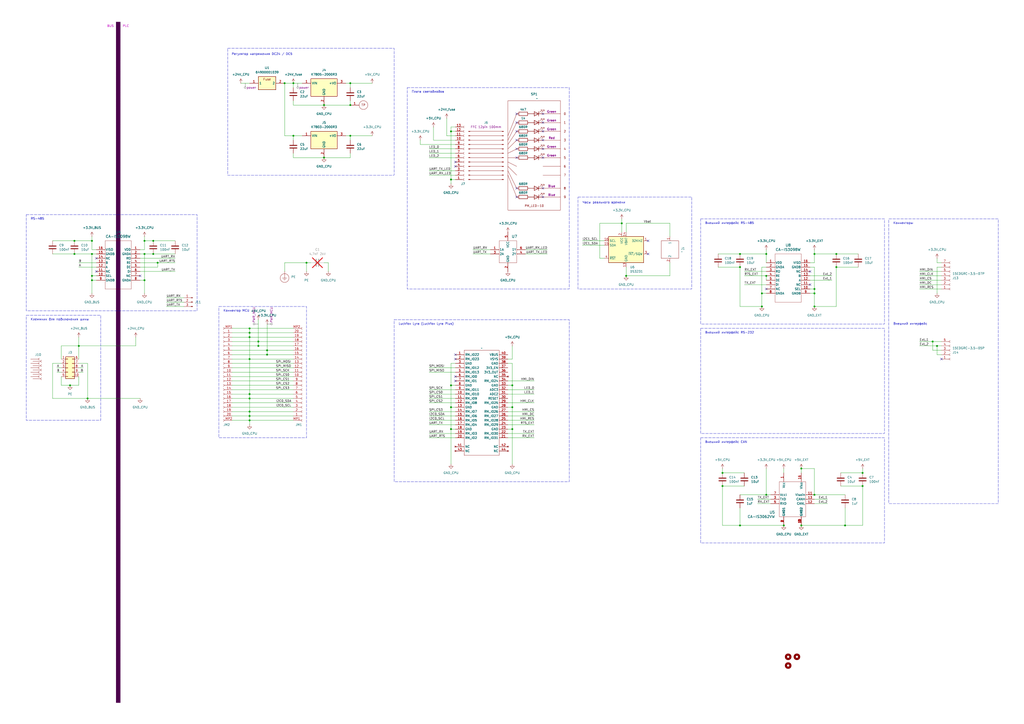
<source format=kicad_sch>
(kicad_sch (version 20250114) (generator "eeschema") (generator_version "9.0")
  (paper "A2")
  (title_block (title "${article} v${version}"))
  (rectangle (start 515.62 127) (end 579.12 292.1) (stroke (width 0) (type dash)))
  (rectangle (start 406.4 190.5) (end 513.08 251.46) (stroke (width 0) (type dash)))
  (rectangle (start 228.6 185.42) (end 330.2 279.4) (stroke (width 0) (type dash)))
  (rectangle (start 406.4 254) (end 513.08 314.96) (stroke (width 0) (type dash)))
  (rectangle (start 406.4 127) (end 513.08 187.96) (stroke (width 0) (type dash)))
  (rectangle (start 127 177.8) (end 177.8 254) (stroke (width 0) (type dash)))
  (rectangle (start 15.24 124.46) (end 114.3 180.34) (stroke (width 0) (type dash)))
  (rectangle (start 67.31 12.7) (end 69.85 407.67) (stroke (width 0) (type dot) (color 72 0 72 1)) (fill (type color) (color 72 0 72 1)))
  (rectangle (start 335.28 114.3) (end 401.32 167.64) (stroke (width 0) (type dash)))
  (rectangle (start 236.22 50.8) (end 330.2 167.64) (stroke (width 0) (type dash)))
  (rectangle (start 15.24 182.88) (end 58.42 243.84) (stroke (width 0) (type dash)))
  (rectangle (start 132.08 27.94) (end 228.6 101.6) (stroke (width 0) (type dash)))
  (text "BUS" (at 66.04 15.24 0) (effects (font (size 1.27 1.27)) (justify right)))
  (text "Клеммник для подключения шины" (at 17.78 185.42 0) (effects (font (size 1.27 1.27)) (justify left)))
  (text "RS-485" (at 17.78 127 0) (effects (font (size 1.27 1.27)) (justify left)))
  (text "Внешний интерфейс RS-232" (at 408.94 193.04 0) (effects (font (size 1.27 1.27)) (justify left)))
  (text "Внешний интерфейс RS-485" (at 408.94 129.54 0) (effects (font (size 1.27 1.27)) (justify left)))
  (text "Внешний интерфейс CAN" (at 408.94 256.54 0) (effects (font (size 1.27 1.27)) (justify left)))
  (text "Внешний интерфейс" (at 518.16 187.96 0) (effects (font (size 1.27 1.27)) (justify left)))
  (text "Коннекторы" (at 518.16 129.54 0) (effects (font (size 1.27 1.27)) (justify left)))
  (text "Luckfox Lyra (Luckfox Lyra Plus)" (at 231.14 187.96 0) (effects (font (size 1.27 1.27)) (justify left)))
  (text "PLC" (at 71.12 15.24 0) (effects (font (size 1.27 1.27)) (justify left)))
  (text "Коннектор MCU" (at 129.54 180.34 0) (effects (font (size 1.27 1.27)) (justify left)))
  (text "Часы реального времени" (at 337.82 116.84 0) (effects (font (size 1.27 1.27)) (justify left top)))
  (text "Регулятор напряжения DC24 / DC5" (at 134.366 31.496 0) (effects (font (size 1.27 1.27)) (justify left)))
  (text "Плата светодиодов" (at 238.76 53.34 0) (effects (font (size 1.27 1.27)) (justify left)))
  (junction (at 541.02 198.12))
  (junction (at 485.14 154.94))
  (junction (at 170.18 48.26))
  (junction (at 472.44 177.8))
  (junction (at 472.44 170.18))
  (junction (at 144.78 195.58))
  (junction (at 53.34 160.02))
  (junction (at 83.82 139.7))
  (junction (at 261.62 76.2))
  (junction (at 261.62 248.92))
  (junction (at 419.1 281.94))
  (junction (at 441.96 170.18))
  (junction (at 43.18 139.7))
  (junction (at 500.38 281.94))
  (junction (at 177.8 152.4))
  (junction (at 261.62 104.14))
  (junction (at 144.78 193.04))
  (junction (at 297.18 223.52))
  (junction (at 261.62 236.22))
  (junction (at 83.82 147.32))
  (junction (at 144.78 231.14))
  (junction (at 144.78 228.6))
  (junction (at 45.72 200.66))
  (junction (at 83.82 162.56))
  (junction (at 187.96 60.96))
  (junction (at 53.34 139.7))
  (junction (at 144.78 208.28))
  (junction (at 472.44 147.32))
  (junction (at 53.34 147.32))
  (junction (at 472.44 287.02))
  (junction (at 444.5 147.32))
  (junction (at 472.44 167.64))
  (junction (at 165.1 48.26))
  (junction (at 485.14 147.32))
  (junction (at 144.78 190.5))
  (junction (at 149.86 200.66))
  (junction (at 50.8 231.14))
  (junction (at 53.34 162.56))
  (junction (at 144.78 241.3))
  (junction (at 144.78 238.76))
  (junction (at 429.26 154.94))
  (junction (at 464.82 304.8))
  (junction (at 419.1 274.32))
  (junction (at 154.94 203.2))
  (junction (at 203.2 60.96))
  (junction (at 444.5 287.02))
  (junction (at 187.96 91.44))
  (junction (at 297.18 248.92))
  (junction (at 441.96 177.8))
  (junction (at 144.78 243.84))
  (junction (at 40.64 223.52))
  (junction (at 91.44 152.4))
  (junction (at 500.38 274.32))
  (junction (at 543.56 200.66))
  (junction (at 454.66 304.8))
  (junction (at 429.26 147.32))
  (junction (at 43.18 147.32))
  (junction (at 154.94 205.74))
  (junction (at 88.9 139.7))
  (junction (at 149.86 198.12))
  (junction (at 88.9 147.32))
  (junction (at 429.26 304.8))
  (junction (at 363.22 160.02))
  (junction (at 464.82 271.78))
  (junction (at 261.62 223.52))
  (junction (at 490.22 304.8))
  (junction (at 203.2 48.26))
  (junction (at 360.68 129.54))
  (junction (at 297.18 236.22))
  (junction (at 444.5 160.02))
  (junction (at 170.18 78.74))
  (junction (at 203.2 78.74))
  (no_connect (at 55.88 157.48))
  (no_connect (at 299.72 76.2))
  (no_connect (at 314.96 76.2))
  (no_connect (at 469.9 157.48))
  (no_connect (at 314.96 66.04))
  (no_connect (at 314.96 81.28))
  (no_connect (at 444.5 167.64))
  (no_connect (at 299.72 114.3))
  (no_connect (at 299.72 109.22))
  (no_connect (at 314.96 86.36))
  (no_connect (at 299.72 86.36))
  (no_connect (at 469.9 165.1))
  (no_connect (at 314.96 91.44))
  (no_connect (at 81.28 160.02))
  (no_connect (at 314.96 71.12))
  (no_connect (at 264.16 205.74))
  (no_connect (at 55.88 149.86))
  (no_connect (at 264.16 208.28))
  (no_connect (at 314.96 109.22))
  (no_connect (at 264.16 220.98))
  (no_connect (at 314.96 114.3))
  (no_connect (at 264.16 93.98))
  (no_connect (at 264.16 96.52))
  (no_connect (at 299.72 81.28))
  (no_connect (at 546.1 208.28))
  (no_connect (at 299.72 71.12))
  (no_connect (at 299.72 91.44))
  (no_connect (at 375.92 147.32))
  (no_connect (at 299.72 66.04))
  (no_connect (at 264.16 218.44))
  (no_connect (at 375.92 139.7))
  (wire (pts (xy 53.34 147.32) (xy 53.34 160.02)))
  (wire (pts (xy 45.72 215.9) (xy 48.26 215.9)))
  (wire (pts (xy 259.08 78.74) (xy 264.16 78.74)))
  (wire (pts (xy 472.44 292.1) (xy 480.06 292.1)))
  (wire (pts (xy 149.86 198.12) (xy 170.18 198.12)))
  (wire (pts (xy 134.62 223.52) (xy 170.18 223.52)))
  (wire (pts (xy 88.9 147.32) (xy 101.6 147.32)))
  (wire (pts (xy 347.98 129.54) (xy 360.68 129.54)))
  (wire (pts (xy 170.18 78.74) (xy 170.18 81.28)))
  (wire (pts (xy 35.56 208.28) (xy 35.56 200.66)))
  (wire (pts (xy 91.44 152.4) (xy 91.44 154.94)))
  (wire (pts (xy 144.78 190.5) (xy 144.78 193.04)))
  (wire (pts (xy 490.22 294.64) (xy 490.22 304.8)))
  (wire (pts (xy 96.52 175.26) (xy 106.68 175.26)))
  (wire (pts (xy 154.94 203.2) (xy 170.18 203.2)))
  (wire (pts (xy 144.78 228.6) (xy 144.78 231.14)))
  (wire (pts (xy 363.22 154.94) (xy 363.22 160.02)))
  (wire (pts (xy 294.64 243.84) (xy 309.88 243.84)))
  (wire (pts (xy 464.82 304.8) (xy 490.22 304.8)))
  (wire (pts (xy 541.02 203.2) (xy 541.02 198.12)))
  (wire (pts (xy 190.5 157.48) (xy 190.5 152.4)))
  (wire (pts (xy 363.22 134.62) (xy 363.22 129.54)))
  (wire (pts (xy 134.62 208.28) (xy 144.78 208.28)))
  (wire (pts (xy 294.64 248.92) (xy 297.18 248.92)))
  (wire (pts (xy 203.2 78.74) (xy 215.9 78.74)))
  (wire (pts (xy 177.8 152.4) (xy 180.34 152.4)))
  (wire (pts (xy 264.16 210.82) (xy 261.62 210.82)))
  (wire (pts (xy 144.78 241.3) (xy 144.78 243.84)))
  (wire (pts (xy 472.44 271.78) (xy 464.82 271.78)))
  (wire (pts (xy 444.5 271.78) (xy 444.5 287.02)))
  (wire (pts (xy 248.92 99.06) (xy 264.16 99.06)))
  (wire (pts (xy 134.62 220.98) (xy 170.18 220.98)))
  (wire (pts (xy 337.82 142.24) (xy 350.52 142.24)))
  (wire (pts (xy 429.26 304.8) (xy 454.66 304.8)))
  (wire (pts (xy 294.64 236.22) (xy 297.18 236.22)))
  (wire (pts (xy 40.64 223.52) (xy 45.72 223.52)))
  (wire (pts (xy 416.56 147.32) (xy 429.26 147.32)))
  (wire (pts (xy 30.48 139.7) (xy 43.18 139.7)))
  (wire (pts (xy 134.62 241.3) (xy 144.78 241.3)))
  (wire (pts (xy 261.62 223.52) (xy 261.62 236.22)))
  (wire (pts (xy 297.18 248.92) (xy 297.18 269.24)))
  (wire (pts (xy 454.66 271.78) (xy 454.66 274.32)))
  (wire (pts (xy 261.62 236.22) (xy 261.62 248.92)))
  (wire (pts (xy 388.62 129.54) (xy 388.62 137.16)))
  (wire (pts (xy 248.92 254) (xy 264.16 254)))
  (wire (pts (xy 248.92 215.9) (xy 264.16 215.9)))
  (wire (pts (xy 78.74 195.58) (xy 78.74 200.66)))
  (wire (pts (xy 53.34 139.7) (xy 53.34 144.78)))
  (wire (pts (xy 35.56 223.52) (xy 40.64 223.52)))
  (wire (pts (xy 81.28 149.86) (xy 101.6 149.86)))
  (wire (pts (xy 134.62 238.76) (xy 144.78 238.76)))
  (wire (pts (xy 45.72 195.58) (xy 45.72 200.66)))
  (wire (pts (xy 50.8 210.82) (xy 50.8 231.14)))
  (wire (pts (xy 35.56 210.82) (xy 30.48 210.82)))
  (wire (pts (xy 81.28 154.94) (xy 91.44 154.94)))
  (wire (pts (xy 472.44 144.78) (xy 472.44 147.32)))
  (wire (pts (xy 55.88 147.32) (xy 53.34 147.32)))
  (wire (pts (xy 144.78 238.76) (xy 170.18 238.76)))
  (wire (pts (xy 546.1 152.4) (xy 543.56 152.4)))
  (wire (pts (xy 144.78 231.14) (xy 170.18 231.14)))
  (wire (pts (xy 485.14 177.8) (xy 472.44 177.8)))
  (wire (pts (xy 81.28 147.32) (xy 83.82 147.32)))
  (wire (pts (xy 490.22 304.8) (xy 500.38 304.8)))
  (wire (pts (xy 45.72 152.4) (xy 55.88 152.4)))
  (wire (pts (xy 33.02 215.9) (xy 35.56 215.9)))
  (wire (pts (xy 294.64 228.6) (xy 309.88 228.6)))
  (wire (pts (xy 30.48 210.82) (xy 30.48 231.14)))
  (wire (pts (xy 134.62 203.2) (xy 154.94 203.2)))
  (wire (pts (xy 144.78 208.28) (xy 144.78 228.6)))
  (wire (pts (xy 464.82 271.78) (xy 464.82 274.32)))
  (wire (pts (xy 149.86 185.42) (xy 149.86 198.12)))
  (wire (pts (xy 248.92 88.9) (xy 264.16 88.9)))
  (wire (pts (xy 30.48 231.14) (xy 50.8 231.14)))
  (wire (pts (xy 170.18 60.96) (xy 187.96 60.96)))
  (wire (pts (xy 203.2 48.26) (xy 203.2 50.8)))
  (wire (pts (xy 274.32 144.78) (xy 284.48 144.78)))
  (wire (pts (xy 134.62 243.84) (xy 144.78 243.84)))
  (wire (pts (xy 251.46 73.66) (xy 251.46 81.28)))
  (wire (pts (xy 144.78 231.14) (xy 144.78 238.76)))
  (wire (pts (xy 543.56 200.66) (xy 546.1 200.66)))
  (wire (pts (xy 441.96 170.18) (xy 441.96 177.8)))
  (wire (pts (xy 261.62 76.2) (xy 261.62 104.14)))
  (wire (pts (xy 134.62 228.6) (xy 144.78 228.6)))
  (wire (pts (xy 144.78 193.04) (xy 170.18 193.04)))
  (wire (pts (xy 444.5 147.32) (xy 429.26 147.32)))
  (wire (pts (xy 170.18 48.26) (xy 175.26 48.26)))
  (wire (pts (xy 203.2 58.42) (xy 203.2 60.96)))
  (wire (pts (xy 533.4 157.48) (xy 546.1 157.48)))
  (wire (pts (xy 472.44 167.64) (xy 472.44 170.18)))
  (wire (pts (xy 261.62 76.2) (xy 264.16 76.2)))
  (wire (pts (xy 248.92 238.76) (xy 264.16 238.76)))
  (wire (pts (xy 419.1 281.94) (xy 431.8 281.94)))
  (wire (pts (xy 261.62 73.66) (xy 261.62 76.2)))
  (wire (pts (xy 81.28 152.4) (xy 91.44 152.4)))
  (wire (pts (xy 134.62 198.12) (xy 149.86 198.12)))
  (wire (pts (xy 203.2 88.9) (xy 203.2 91.44)))
  (wire (pts (xy 170.18 78.74) (xy 165.1 78.74)))
  (wire (pts (xy 472.44 271.78) (xy 472.44 287.02)))
  (wire (pts (xy 134.62 218.44) (xy 170.18 218.44)))
  (wire (pts (xy 50.8 231.14) (xy 81.28 231.14)))
  (wire (pts (xy 139.7 48.26) (xy 144.78 48.26)))
  (wire (pts (xy 248.92 233.68) (xy 264.16 233.68)))
  (wire (pts (xy 144.78 208.28) (xy 170.18 208.28)))
  (wire (pts (xy 533.4 198.12) (xy 541.02 198.12)))
  (wire (pts (xy 294.64 233.68) (xy 309.88 233.68)))
  (wire (pts (xy 134.62 236.22) (xy 170.18 236.22)))
  (wire (pts (xy 500.38 271.78) (xy 500.38 274.32)))
  (wire (pts (xy 170.18 60.96) (xy 170.18 58.42)))
  (wire (pts (xy 261.62 210.82) (xy 261.62 223.52)))
  (wire (pts (xy 317.5 144.78) (xy 304.8 144.78)))
  (wire (pts (xy 500.38 304.8) (xy 500.38 281.94)))
  (wire (pts (xy 431.8 157.48) (xy 444.5 157.48)))
  (wire (pts (xy 43.18 139.7) (xy 53.34 139.7)))
  (wire (pts (xy 439.42 289.56) (xy 447.04 289.56)))
  (wire (pts (xy 294.64 246.38) (xy 309.88 246.38)))
  (wire (pts (xy 187.96 60.96) (xy 203.2 60.96)))
  (wire (pts (xy 83.82 137.16) (xy 83.82 139.7)))
  (wire (pts (xy 360.68 127) (xy 360.68 129.54)))
  (wire (pts (xy 533.4 160.02) (xy 546.1 160.02)))
  (wire (pts (xy 347.98 149.86) (xy 350.52 149.86)))
  (wire (pts (xy 419.1 274.32) (xy 431.8 274.32)))
  (wire (pts (xy 154.94 205.74) (xy 170.18 205.74)))
  (wire (pts (xy 363.22 129.54) (xy 388.62 129.54)))
  (wire (pts (xy 439.42 292.1) (xy 447.04 292.1)))
  (wire (pts (xy 248.92 243.84) (xy 264.16 243.84)))
  (wire (pts (xy 360.68 129.54) (xy 360.68 134.62)))
  (wire (pts (xy 472.44 154.94) (xy 472.44 167.64)))
  (wire (pts (xy 294.64 238.76) (xy 309.88 238.76)))
  (wire (pts (xy 429.26 154.94) (xy 429.26 177.8)))
  (wire (pts (xy 134.62 193.04) (xy 144.78 193.04)))
  (wire (pts (xy 261.62 104.14) (xy 264.16 104.14)))
  (wire (pts (xy 175.26 78.74) (xy 170.18 78.74)))
  (wire (pts (xy 248.92 241.3) (xy 264.16 241.3)))
  (wire (pts (xy 96.52 172.72) (xy 106.68 172.72)))
  (wire (pts (xy 248.92 213.36) (xy 264.16 213.36)))
  (wire (pts (xy 134.62 190.5) (xy 144.78 190.5)))
  (wire (pts (xy 134.62 195.58) (xy 144.78 195.58)))
  (wire (pts (xy 500.38 274.32) (xy 487.68 274.32)))
  (wire (pts (xy 274.32 147.32) (xy 284.48 147.32)))
  (wire (pts (xy 248.92 101.6) (xy 264.16 101.6)))
  (wire (pts (xy 533.4 167.64) (xy 546.1 167.64)))
  (wire (pts (xy 144.78 195.58) (xy 170.18 195.58)))
  (wire (pts (xy 203.2 48.26) (xy 215.9 48.26)))
  (wire (pts (xy 165.1 152.4) (xy 177.8 152.4)))
  (wire (pts (xy 431.8 160.02) (xy 444.5 160.02)))
  (wire (pts (xy 33.02 213.36) (xy 35.56 213.36)))
  (wire (pts (xy 261.62 236.22) (xy 264.16 236.22)))
  (wire (pts (xy 444.5 160.02) (xy 444.5 162.56)))
  (wire (pts (xy 251.46 81.28) (xy 264.16 81.28)))
  (wire (pts (xy 297.18 223.52) (xy 297.18 236.22)))
  (wire (pts (xy 134.62 200.66) (xy 149.86 200.66)))
  (wire (pts (xy 259.08 68.58) (xy 259.08 78.74)))
  (wire (pts (xy 444.5 147.32) (xy 444.5 152.4)))
  (wire (pts (xy 472.44 152.4) (xy 469.9 152.4)))
  (wire (pts (xy 53.34 160.02) (xy 55.88 160.02)))
  (wire (pts (xy 154.94 203.2) (xy 154.94 205.74)))
  (wire (pts (xy 149.86 200.66) (xy 170.18 200.66)))
  (wire (pts (xy 419.1 271.78) (xy 419.1 274.32)))
  (wire (pts (xy 485.14 154.94) (xy 497.84 154.94)))
  (wire (pts (xy 431.8 165.1) (xy 444.5 165.1)))
  (wire (pts (xy 144.78 193.04) (xy 144.78 195.58)))
  (wire (pts (xy 144.78 243.84) (xy 144.78 246.38)))
  (wire (pts (xy 248.92 246.38) (xy 264.16 246.38)))
  (wire (pts (xy 170.18 91.44) (xy 187.96 91.44)))
  (wire (pts (xy 297.18 208.28) (xy 297.18 200.66)))
  (wire (pts (xy 444.5 154.94) (xy 441.96 154.94)))
  (wire (pts (xy 472.44 147.32) (xy 472.44 152.4)))
  (wire (pts (xy 144.78 241.3) (xy 170.18 241.3)))
  (wire (pts (xy 144.78 238.76) (xy 144.78 241.3)))
  (wire (pts (xy 91.44 152.4) (xy 101.6 152.4)))
  (wire (pts (xy 429.26 287.02) (xy 444.5 287.02)))
  (wire (pts (xy 447.04 287.02) (xy 444.5 287.02)))
  (wire (pts (xy 469.9 154.94) (xy 472.44 154.94)))
  (wire (pts (xy 469.9 162.56) (xy 482.6 162.56)))
  (wire (pts (xy 248.92 226.06) (xy 264.16 226.06)))
  (wire (pts (xy 134.62 213.36) (xy 170.18 213.36)))
  (wire (pts (xy 533.4 162.56) (xy 546.1 162.56)))
  (wire (pts (xy 45.72 154.94) (xy 55.88 154.94)))
  (wire (pts (xy 248.92 86.36) (xy 264.16 86.36)))
  (wire (pts (xy 543.56 154.94) (xy 543.56 170.18)))
  (wire (pts (xy 83.82 147.32) (xy 83.82 162.56)))
  (wire (pts (xy 264.16 248.92) (xy 261.62 248.92)))
  (wire (pts (xy 248.92 228.6) (xy 264.16 228.6)))
  (wire (pts (xy 190.5 152.4) (xy 187.96 152.4)))
  (wire (pts (xy 317.5 147.32) (xy 304.8 147.32)))
  (wire (pts (xy 444.5 144.78) (xy 444.5 147.32)))
  (wire (pts (xy 134.62 226.06) (xy 170.18 226.06)))
  (wire (pts (xy 134.62 205.74) (xy 154.94 205.74)))
  (wire (pts (xy 30.48 147.32) (xy 43.18 147.32)))
  (wire (pts (xy 35.56 200.66) (xy 45.72 200.66)))
  (wire (pts (xy 248.92 91.44) (xy 264.16 91.44)))
  (wire (pts (xy 243.84 83.82) (xy 264.16 83.82)))
  (wire (pts (xy 154.94 187.96) (xy 154.94 203.2)))
  (wire (pts (xy 134.62 233.68) (xy 170.18 233.68)))
  (wire (pts (xy 469.9 160.02) (xy 482.6 160.02)))
  (wire (pts (xy 83.82 162.56) (xy 83.82 170.18)))
  (wire (pts (xy 144.78 195.58) (xy 144.78 208.28)))
  (wire (pts (xy 261.62 223.52) (xy 264.16 223.52)))
  (wire (pts (xy 177.8 152.4) (xy 177.8 157.48)))
  (wire (pts (xy 170.18 48.26) (xy 170.18 50.8)))
  (wire (pts (xy 83.82 144.78) (xy 83.82 139.7)))
  (wire (pts (xy 363.22 160.02) (xy 388.62 160.02)))
  (wire (pts (xy 347.98 129.54) (xy 347.98 149.86)))
  (wire (pts (xy 469.9 167.64) (xy 472.44 167.64)))
  (wire (pts (xy 261.62 248.92) (xy 261.62 269.24)))
  (wire (pts (xy 294.64 223.52) (xy 297.18 223.52)))
  (wire (pts (xy 294.64 226.06) (xy 309.88 226.06)))
  (wire (pts (xy 533.4 200.66) (xy 543.56 200.66)))
  (wire (pts (xy 83.82 144.78) (xy 81.28 144.78)))
  (wire (pts (xy 429.26 177.8) (xy 441.96 177.8)))
  (wire (pts (xy 53.34 144.78) (xy 55.88 144.78)))
  (wire (pts (xy 200.66 78.74) (xy 203.2 78.74)))
  (wire (pts (xy 53.34 137.16) (xy 53.34 139.7)))
  (wire (pts (xy 388.62 160.02) (xy 388.62 152.4)))
  (wire (pts (xy 441.96 170.18) (xy 444.5 170.18)))
  (wire (pts (xy 165.1 78.74) (xy 165.1 48.26)))
  (wire (pts (xy 472.44 287.02) (xy 490.22 287.02)))
  (wire (pts (xy 261.62 104.14) (xy 261.62 106.68)))
  (wire (pts (xy 45.72 210.82) (xy 50.8 210.82)))
  (wire (pts (xy 203.2 91.44) (xy 187.96 91.44)))
  (wire (pts (xy 472.44 170.18) (xy 472.44 177.8)))
  (wire (pts (xy 165.1 48.26) (xy 170.18 48.26)))
  (wire (pts (xy 83.82 162.56) (xy 81.28 162.56)))
  (wire (pts (xy 83.82 139.7) (xy 88.9 139.7)))
  (wire (pts (xy 294.64 208.28) (xy 297.18 208.28)))
  (wire (pts (xy 546.1 203.2) (xy 541.02 203.2)))
  (wire (pts (xy 297.18 210.82) (xy 297.18 223.52)))
  (wire (pts (xy 134.62 231.14) (xy 144.78 231.14)))
  (wire (pts (xy 416.56 154.94) (xy 429.26 154.94)))
  (wire (pts (xy 546.1 205.74) (xy 543.56 205.74)))
  (wire (pts (xy 248.92 251.46) (xy 264.16 251.46)))
  (wire (pts (xy 485.14 154.94) (xy 485.14 177.8)))
  (wire (pts (xy 546.1 154.94) (xy 543.56 154.94)))
  (wire (pts (xy 88.9 139.7) (xy 101.6 139.7)))
  (wire (pts (xy 45.72 213.36) (xy 48.26 213.36)))
  (wire (pts (xy 144.78 243.84) (xy 170.18 243.84)))
  (wire (pts (xy 429.26 294.64) (xy 429.26 304.8)))
  (wire (pts (xy 419.1 304.8) (xy 429.26 304.8)))
  (wire (pts (xy 149.86 198.12) (xy 149.86 200.66)))
  (wire (pts (xy 294.64 254) (xy 309.88 254)))
  (wire (pts (xy 294.64 210.82) (xy 297.18 210.82)))
  (wire (pts (xy 96.52 177.8) (xy 106.68 177.8)))
  (wire (pts (xy 541.02 198.12) (xy 546.1 198.12)))
  (wire (pts (xy 533.4 165.1) (xy 546.1 165.1)))
  (wire (pts (xy 419.1 281.94) (xy 419.1 304.8)))
  (wire (pts (xy 45.72 208.28) (xy 45.72 200.66)))
  (wire (pts (xy 81.28 157.48) (xy 101.6 157.48)))
  (wire (pts (xy 144.78 228.6) (xy 170.18 228.6)))
  (wire (pts (xy 35.56 218.44) (xy 35.56 223.52)))
  (wire (pts (xy 294.64 241.3) (xy 309.88 241.3)))
  (wire (pts (xy 294.64 220.98) (xy 309.88 220.98)))
  (wire (pts (xy 472.44 147.32) (xy 485.14 147.32)))
  (wire (pts (xy 203.2 78.74) (xy 203.2 81.28)))
  (wire (pts (xy 144.78 190.5) (xy 170.18 190.5)))
  (wire (pts (xy 53.34 160.02) (xy 53.34 162.56)))
  (wire (pts (xy 134.62 210.82) (xy 170.18 210.82)))
  (wire (pts (xy 53.34 162.56) (xy 55.88 162.56)))
  (wire (pts (xy 469.9 170.18) (xy 472.44 170.18)))
  (wire (pts (xy 248.92 231.14) (xy 264.16 231.14)))
  (wire (pts (xy 78.74 200.66) (xy 45.72 200.66)))
  (wire (pts (xy 134.62 215.9) (xy 170.18 215.9)))
  (wire (pts (xy 45.72 223.52) (xy 45.72 218.44)))
  (wire (pts (xy 543.56 152.4) (xy 543.56 149.86)))
  (wire (pts (xy 337.82 139.7) (xy 350.52 139.7)))
  (wire (pts (xy 472.44 289.56) (xy 480.06 289.56)))
  (wire (pts (xy 170.18 88.9) (xy 170.18 91.44)))
  (wire (pts (xy 43.18 147.32) (xy 53.34 147.32)))
  (wire (pts (xy 243.84 83.82) (xy 243.84 81.28)))
  (wire (pts (xy 83.82 147.32) (xy 88.9 147.32)))
  (wire (pts (xy 165.1 157.48) (xy 165.1 152.4)))
  (wire (pts (xy 297.18 236.22) (xy 297.18 248.92)))
  (wire (pts (xy 53.34 162.56) (xy 53.34 170.18)))
  (wire (pts (xy 487.68 281.94) (xy 500.38 281.94)))
  (wire (pts (xy 200.66 48.26) (xy 203.2 48.26)))
  (wire (pts (xy 485.14 147.32) (xy 497.84 147.32)))
  (wire (pts (xy 543.56 205.74) (xy 543.56 200.66)))
  (wire (pts (xy 441.96 154.94) (xy 441.96 170.18)))
  (wire (pts (xy 294.64 251.46) (xy 309.88 251.46)))
  (wire (pts (xy 264.16 73.66) (xy 261.62 73.66)))
  (label "UART_RTS" (at 248.92 254 0))
  (label "SPI_MOSI" (at 248.92 213.36 0))
  (label "UART_RTS" (at 96.52 175.26 0))
  (label "Vbat" (at 373.38 129.54 0))
  (label "SPI_CS2" (at 160.02 223.52 0))
  (label "UART_RX_LED" (at 248.92 101.6 0))
  (label "I2C0_SDA" (at 160.02 233.68 0))
  (label "SPI_CS0" (at 160.02 218.44 0))
  (label "UART_TX_LED" (at 248.92 99.06 0))
  (label "LED_1" (at 248.92 88.9 0))
  (label "UART_RX" (at 274.32 144.78 0))
  (label "HMI_DC" (at 309.88 241.3 180))
  (label "I2C0_SCL" (at 160.02 236.22 0))
  (label "RX_EXT" (at 439.42 292.1 0))
  (label "UART_RTS" (at 101.6 152.4 180))
  (label "SPI_CS3" (at 248.92 238.76 0))
  (label "LED_2" (at 248.92 91.44 0))
  (label "HMI_CLK" (at 533.4 160.02 0))
  (label "I2C0_SDA" (at 248.92 241.3 0))
  (label "A" (at 33.02 213.36 0))
  (label "SPI_CS1" (at 160.02 220.98 0))
  (label "HMI_CS" (at 533.4 162.56 0))
  (label "A" (at 48.26 213.36 180))
  (label "I2C1_SDA" (at 337.82 142.24 0))
  (label "Ext_2" (at 480.06 292.1 180))
  (label "SPI_CS1" (at 248.92 231.14 0))
  (label "UART_TX_LED" (at 317.5 147.32 180))
  (label "UART_TX" (at 274.32 147.32 0))
  (label "UART_RX" (at 248.92 251.46 0))
  (label "UART_RX_LED" (at 317.5 144.78 180))
  (label "Ext_2" (at 482.6 160.02 180))
  (label "UART_RX" (at 96.52 172.72 0))
  (label "B" (at 33.02 215.9 0))
  (label "LED_0" (at 309.88 226.06 180))
  (label "LED_1" (at 309.88 228.6 180))
  (label "UART_TX" (at 248.92 246.38 0))
  (label "LED_0" (at 248.92 86.36 0))
  (label "SPI_MOSI" (at 160.02 210.82 0))
  (label "UART_TX" (at 101.6 157.48 180))
  (label "B" (at 45.72 152.4 0))
  (label "B" (at 48.26 215.9 180))
  (label "TX_EXT" (at 309.88 251.46 180))
  (label "HMI_DIN" (at 309.88 220.98 180))
  (label "TX_EXT" (at 439.42 289.56 0))
  (label "UART_RX" (at 101.6 149.86 180))
  (label "SPI_MISO" (at 160.02 213.36 0))
  (label "SPI_SCK" (at 248.92 226.06 0))
  (label "I2C0_SCL" (at 248.92 243.84 0))
  (label "HMI_CLK" (at 309.88 233.68 180))
  (label "Ext_1" (at 482.6 162.56 180))
  (label "HMI_RES" (at 309.88 243.84 180))
  (label "SPI_CS0" (at 248.92 228.6 0))
  (label "RTS_EXT" (at 431.8 160.02 0))
  (label "SPI_MISO" (at 248.92 215.9 0))
  (label "UART_TX" (at 96.52 177.8 0))
  (label "RTS_EXT" (at 309.88 246.38 180))
  (label "HMI_CS" (at 309.88 238.76 180))
  (label "SPI_CS2" (at 248.92 233.68 0))
  (label "A" (at 45.72 154.94 0))
  (label "TX_EXT" (at 431.8 165.1 0))
  (label "RX_EXT" (at 309.88 254 180))
  (label "HMI_RES" (at 533.4 167.64 0))
  (label "RX_EXT" (at 431.8 157.48 0))
  (label "Ext_1" (at 533.4 198.12 0))
  (label "HMI_DC" (at 533.4 165.1 0))
  (label "Ext_1" (at 480.06 289.56 180))
  (label "SPI_SCK" (at 160.02 215.9 0))
  (label "SPI_CS3" (at 160.02 226.06 0))
  (label "Ext_2" (at 533.4 200.66 0))
  (label "I2C1_SCL" (at 337.82 139.7 0))
  (label "HMI_DIN" (at 533.4 157.48 0))
  (netclass_flag "" (length 2.54) (shape round) (at 172.72 48.26 180) (property "Netclass" "power" (at 173.4185 50.8 0) (effects (font (italic yes)) (justify left))))
  (netclass_flag "" (length 2.54) (shape round) (at 149.86 187.96 90) (property "Netclass" "PWR_MCU" (at 147.32 187.2615 90) (effects (font (italic yes)) (justify left))))
  (netclass_flag "" (length 2.54) (shape round) (at 154.94 187.96 270) (property "Netclass" "PWR_MCU" (at 157.48 187.2615 90) (effects (font (italic yes)) (justify left))))
  (netclass_flag "" (length 2.54) (shape round) (at 142.24 48.26 180) (property "Netclass" "power" (at 142.9385 50.8 0) (effects (font (italic yes)) (justify left))))
  (symbol (lib_id "kicad_inventree_lib:C_10uF_16V_0805_MLCC-X7R") (at 429.26 151.13 0) (unit 1)
    (property "Reference" "C19" (at 433.07 149.8599 0) (effects (justify left)))
    (property "Value" "10uF" (at 433.07 152.3999 0) (effects (justify left)))
    (property "Footprint" "Capacitor_SMD:C_0805_2012Metric" (effects (hide yes)))
    (property "Datasheet" "http://inventree.network/part/271/" (effects (hide yes)))
    (property "Description" "Unpolarized capacitor" (effects (hide yes)))
    (property "part_ipn" "C_10uF_16V_0805_MLCC-X7R" (effects (hide yes)))
  )
  (symbol (lib_id "power:+3.3V") (at 444.5 144.78 0) (unit 1)
    (property "Reference" "#PWR044" (effects (hide yes)))
    (property "Value" "+3.3V_CPU" (at 444.5 139.7 0))
    (property "Description" "Power symbol creates a global label with name \"+3.3V\"" (effects (hide yes)))
  )
  (symbol (lib_id "kicad_inventree_lib:15EDGKNH-3.5-10P") (at 22.86 213.36 0) (unit 1) (on_board no)
    (property "Reference" "J10" (at 20.32 205.74 0) (effects (justify left)))
    (property "Value" "15EDGKNH-3.5-10P" (effects (hide yes)))
    (property "Datasheet" "http://inventree.network/part/257/" (effects (hide yes)))
    (property "Description" "Generic connector, single row, 01x05, script generated" (effects (hide yes)))
    (property "part_ipn" "15EDGKNH-3.5-10P" (effects (hide yes)))
  )
  (symbol (lib_id "power:GND") (at 187.96 60.96 0) (unit 1)
    (property "Reference" "#PWR04" (effects (hide yes)))
    (property "Value" "GND_CPU" (at 187.96 66.04 0))
    (property "Description" "Power symbol creates a global label with name \"GND\" , ground" (effects (hide yes)))
  )
  (symbol (lib_id "kicad_inventree_lib:C_10uF_16V_0805_MLCC-X7R") (at 487.68 278.13 0) (unit 1)
    (property "Reference" "C4" (at 491.49 276.8599 0) (effects (justify left)))
    (property "Value" "10uF" (at 491.49 279.3999 0) (effects (justify left)))
    (property "Footprint" "Capacitor_SMD:C_0805_2012Metric" (effects (hide yes)))
    (property "Datasheet" "http://inventree.network/part/271/" (effects (hide yes)))
    (property "Description" "Unpolarized capacitor" (effects (hide yes)))
    (property "part_ipn" "C_10uF_16V_0805_MLCC-X7R" (effects (hide yes)))
  )
  (symbol (lib_id "kicad_inventree_lib:R_680R_0603_1%") (at 303.53 86.36 90) (unit 1) (on_board no)
    (property "Reference" "R5" (effects (hide yes)))
    (property "Value" "680R" (at 303.53 83.82 90))
    (property "Footprint" "Resistor_SMD:R_0603_1608Metric" (effects (hide yes)))
    (property "Datasheet" "http://inventree.network/part/281/" (effects (hide yes)))
    (property "Description" "Resistor" (effects (hide yes)))
    (property "part_ipn" "R_680R_0603_1%" (effects (hide yes)))
  )
  (symbol (lib_id "power:GND") (at 40.64 223.52 0) (mirror y) (unit 1)
    (property "Reference" "#PWR023" (effects (hide yes)))
    (property "Value" "PE" (at 40.64 228.6 0))
    (property "Description" "Power symbol creates a global label with name \"GND\" , ground" (effects (hide yes)))
  )
  (symbol (lib_id "power:+3.3V") (at 543.56 149.86 0) (unit 1)
    (property "Reference" "#PWR012" (effects (hide yes)))
    (property "Value" "+3.3V_CPU" (at 543.56 144.78 0))
    (property "Description" "Power symbol creates a global label with name \"+3.3V\"" (effects (hide yes)))
  )
  (symbol (lib_id "kicad_inventree_lib:R_680R_0603_1%") (at 303.53 114.3 90) (unit 1) (on_board no)
    (property "Reference" "R8" (effects (hide yes)))
    (property "Value" "680R" (at 303.53 111.76 90))
    (property "Footprint" "Resistor_SMD:R_0603_1608Metric" (effects (hide yes)))
    (property "Datasheet" "http://inventree.network/part/281/" (effects (hide yes)))
    (property "Description" "Resistor" (effects (hide yes)))
    (property "part_ipn" "R_680R_0603_1%" (effects (hide yes)))
  )
  (symbol (lib_id "kicad_inventree_lib:MountingHole_M3") (at 457.2 386.08 0) (unit 1) (exclude_from_sim yes) (in_bom no)
    (property "Reference" "H2" (effects (hide yes)))
    (property "Value" "MountingHole_M3" (effects (hide yes)))
    (property "Footprint" "kicad_inventree_lib:MountingHole_M3" (effects (hide yes)))
    (property "Description" "Mounting Hole without connection" (effects (hide yes)))
  )
  (symbol (lib_id "kicad_inventree_lib:XL-1606SYGC") (at 311.15 66.04 180) (unit 1) (on_board no)
    (property "Reference" "D2" (effects (hide yes)))
    (property "Value" "XL-1606SYGC" (effects (hide yes)))
    (property "Footprint" "kicad_inventree_lib:XL-1606" (effects (hide yes)))
    (property "Datasheet" "http://inventree.network/part/278/" (effects (hide yes)))
    (property "Description" "Green" (at 320.04 64.77 0))
    (property "part_ipn" "XL-1606SYGC" (effects (hide yes)))
  )
  (symbol (lib_id "power:+3.3V") (at 294.64 134.62 0) (unit 1)
    (property "Reference" "#PWR037" (effects (hide yes)))
    (property "Value" "+3.3V_CPU" (at 294.64 129.54 0))
    (property "Description" "Power symbol creates a global label with name \"+3.3V\"" (effects (hide yes)))
  )
  (symbol (lib_id "power:+5V") (at 215.9 48.26 0) (unit 1)
    (property "Reference" "#PWR03" (effects (hide yes)))
    (property "Value" "+5V_CPU" (at 215.9 43.18 0))
    (property "Description" "Power symbol creates a global label with name \"+5V\"" (effects (hide yes)))
  )
  (symbol (lib_id "power:+5V") (at 154.94 187.96 0) (unit 1)
    (property "Reference" "#PWR048" (effects (hide yes)))
    (property "Value" "+3.3V_CPU" (at 154.94 182.88 0))
    (property "Description" "Power symbol creates a global label with name \"+5V\"" (effects (hide yes)))
  )
  (symbol (lib_id "power:+5V") (at 454.66 271.78 0) (unit 1)
    (property "Reference" "#PWR019" (effects (hide yes)))
    (property "Value" "+5V_CPU" (at 454.66 266.7 0))
    (property "Description" "Power symbol creates a global label with name \"+5V\"" (effects (hide yes)))
  )
  (symbol (lib_id "kicad_inventree_lib:XL-1606SYGC") (at 311.15 71.12 180) (unit 1) (on_board no)
    (property "Reference" "D3" (effects (hide yes)))
    (property "Value" "XL-1606SYGC" (effects (hide yes)))
    (property "Footprint" "kicad_inventree_lib:XL-1606" (effects (hide yes)))
    (property "Datasheet" "http://inventree.network/part/278/" (effects (hide yes)))
    (property "Description" "Green" (at 320.04 69.85 0))
    (property "part_ipn" "XL-1606SYGC" (effects (hide yes)))
  )
  (symbol (lib_id "power:+5V") (at 78.74 195.58 0) (mirror y) (unit 1)
    (property "Reference" "#PWR025" (effects (hide yes)))
    (property "Value" "+24V_CPU" (at 78.74 190.5 0))
    (property "Description" "Power symbol creates a global label with name \"+5V\"" (effects (hide yes)))
  )
  (symbol (lib_id "power:GND") (at 261.62 106.68 0) (unit 1)
    (property "Reference" "#PWR032" (effects (hide yes)))
    (property "Value" "GND_CPU" (at 261.62 111.76 0))
    (property "Description" "Power symbol creates a global label with name \"GND\" , ground" (effects (hide yes)))
  )
  (symbol (lib_id "power:GND") (at 363.22 160.02 0) (unit 1)
    (property "Reference" "#PWR034" (effects (hide yes)))
    (property "Value" "GND_CPU" (at 363.22 165.1 0))
    (property "Description" "Power symbol creates a global label with name \"GND\" , ground" (effects (hide yes)))
  )
  (symbol (lib_id "kicad_inventree_lib:C_10uF_16V_0805_MLCC-X7R") (at 431.8 278.13 0) (unit 1)
    (property "Reference" "C13" (at 435.61 276.8599 0) (effects (justify left)))
    (property "Value" "10uF" (at 435.61 279.3999 0) (effects (justify left)))
    (property "Footprint" "Capacitor_SMD:C_0805_2012Metric" (effects (hide yes)))
    (property "Datasheet" "http://inventree.network/part/271/" (effects (hide yes)))
    (property "Description" "Unpolarized capacitor" (effects (hide yes)))
    (property "part_ipn" "C_10uF_16V_0805_MLCC-X7R" (effects (hide yes)))
  )
  (symbol (lib_id "kicad_inventree_lib:C_100nF_16V_0603_MLCC-X7R") (at 419.1 278.13 0) (unit 1)
    (property "Reference" "C14" (at 422.91 276.8599 0) (effects (justify left)))
    (property "Value" "100nF" (at 422.91 279.3999 0) (effects (justify left)))
    (property "Footprint" "Capacitor_SMD:C_0603_1608Metric" (effects (hide yes)))
    (property "Datasheet" "http://inventree.network/part/221" (effects (hide yes)))
    (property "Description" "Unpolarized capacitor" (effects (hide yes)))
    (property "part_ipn" "C_100nF_16V_0603_MLCC-X7R" (effects (hide yes)))
  )
  (symbol (lib_id "kicad_inventree_lib:R_680R_0603_1%") (at 303.53 109.22 90) (unit 1) (on_board no)
    (property "Reference" "R7" (effects (hide yes)))
    (property "Value" "680R" (at 303.53 106.68 90))
    (property "Footprint" "Resistor_SMD:R_0603_1608Metric" (effects (hide yes)))
    (property "Datasheet" "http://inventree.network/part/281/" (effects (hide yes)))
    (property "Description" "Resistor" (effects (hide yes)))
    (property "part_ipn" "R_680R_0603_1%" (effects (hide yes)))
  )
  (symbol (lib_id "kicad_inventree_lib:CA-IS3062VW") (at 459.74 279.4 0) (unit 1)
    (property "Reference" "U5" (at 449.58 297.18 0) (effects (font (size 1.524 1.524)) (justify right)))
    (property "Value" "CA-IS3062VW" (at 449.58 299.72 0) (effects (font (size 1.524 1.524)) (justify right)))
    (property "Footprint" "kicad_inventree_lib:SOIC16-WBW_CLG" (effects (hide yes)))
    (property "part_ipn" "CA-IS3062VW" (effects (hide yes)))
  )
  (symbol (lib_id "power:GND") (at 144.78 246.38 0) (unit 1)
    (property "Reference" "#PWR046" (effects (hide yes)))
    (property "Value" "GND_CPU" (at 144.78 251.46 0))
    (property "Description" "Power symbol creates a global label with name \"GND\" , ground" (effects (hide yes)))
  )
  (symbol (lib_id "power:GND") (at 261.62 269.24 0) (unit 1)
    (property "Reference" "#PWR07" (effects (hide yes)))
    (property "Value" "GND_CPU" (at 261.62 274.32 0))
    (property "Description" "Power symbol creates a global label with name \"GND\" , ground" (effects (hide yes)))
  )
  (symbol (lib_id "kicad_inventree_lib:XL-1606SYGC") (at 311.15 86.36 180) (unit 1) (on_board no)
    (property "Reference" "D6" (effects (hide yes)))
    (property "Value" "XL-1606SYGC" (effects (hide yes)))
    (property "Footprint" "kicad_inventree_lib:XL-1606" (effects (hide yes)))
    (property "Datasheet" "http://inventree.network/part/278/" (effects (hide yes)))
    (property "Description" "Green" (at 320.04 85.09 0))
    (property "part_ipn" "XL-1606SYGC" (effects (hide yes)))
  )
  (symbol (lib_id "kicad_inventree_lib:C_1uF_50V_0603_MLCC-X7R") (at 429.26 290.83 0) (unit 1)
    (property "Reference" "C15" (at 433.07 289.5599 0) (effects (justify left)))
    (property "Value" "1uF" (at 433.07 292.0999 0) (effects (justify left)))
    (property "Footprint" "Capacitor_SMD:C_0603_1608Metric" (effects (hide yes)))
    (property "Description" "Unpolarized capacitor" (effects (hide yes)))
    (property "part_ipn" "C_1uF_50V_0603_MLCC-X7R" (effects (hide yes)))
  )
  (symbol (lib_id "kicad_inventree_lib:BS-12-A1AJ002-F") (at 388.62 139.7 0) (unit 1)
    (property "Reference" "J1" (at 394.97 144.1449 0) (effects (justify left)))
    (property "Value" "~" (at 394.97 146.05 0) (effects (justify left)))
    (property "Footprint" "kicad_inventree_lib:BS-12-A1AJ002-F" (effects (hide yes)))
    (property "Datasheet" "http://inventree.network/part/215/" (effects (hide yes)))
    (property "part_ipn" "BS-12-A1AJ002-F" (effects (hide yes)))
  )
  (symbol (lib_id "kicad_inventree_lib:XL-1606SYGC") (at 311.15 91.44 180) (unit 1) (on_board no)
    (property "Reference" "D7" (effects (hide yes)))
    (property "Value" "XL-1606SYGC" (effects (hide yes)))
    (property "Footprint" "kicad_inventree_lib:XL-1606" (effects (hide yes)))
    (property "Datasheet" "http://inventree.network/part/278/" (effects (hide yes)))
    (property "Description" "Green" (at 320.04 90.17 0))
    (property "part_ipn" "XL-1606SYGC" (effects (hide yes)))
  )
  (symbol (lib_id "kicad_inventree_lib:C_22uF_50V_2220_MLCC-X7R") (at 203.2 54.61 0) (unit 1)
    (property "Reference" "C3" (at 207.01 53.3399 0) (effects (justify left)))
    (property "Value" "22uF" (at 207.01 55.8799 0) (effects (justify left)))
    (property "Footprint" "Capacitor_SMD:C_2220_5750Metric" (effects (hide yes)))
    (property "Datasheet" "http://inventree.network/part/99/" (effects (hide yes)))
    (property "Description" "Unpolarized capacitor" (effects (hide yes)))
    (property "part_ipn" "C_22uF_50V_2220_MLCC-X7R" (effects (hide yes)))
  )
  (symbol (lib_id "power:GND") (at 297.18 269.24 0) (unit 1)
    (property "Reference" "#PWR043" (effects (hide yes)))
    (property "Value" "GND_CPU" (at 297.18 274.32 0))
    (property "Description" "Power symbol creates a global label with name \"GND\" , ground" (effects (hide yes)))
  )
  (symbol (lib_id "kicad_inventree_lib:XL-1606UBC") (at 311.15 114.3 180) (unit 1) (on_board no)
    (property "Reference" "D9" (effects (hide yes)))
    (property "Value" "XL-1606UBC" (effects (hide yes)))
    (property "Footprint" "kicad_inventree_lib:XL-1606" (effects (hide yes)))
    (property "Datasheet" "http://inventree.network/part/277/" (effects (hide yes)))
    (property "Description" "Blue" (at 320.04 113.03 0))
    (property "part_ipn" "XL-1606UBC" (effects (hide yes)))
  )
  (symbol (lib_id "kicad_inventree_lib:R_680R_0603_1%") (at 303.53 81.28 90) (unit 1) (on_board no)
    (property "Reference" "R4" (effects (hide yes)))
    (property "Value" "680R" (at 303.53 78.74 90))
    (property "Footprint" "Resistor_SMD:R_0603_1608Metric" (effects (hide yes)))
    (property "Datasheet" "http://inventree.network/part/281/" (effects (hide yes)))
    (property "Description" "Resistor" (effects (hide yes)))
    (property "part_ipn" "R_680R_0603_1%" (effects (hide yes)))
  )
  (symbol (lib_id "kicad_inventree_lib:R_1k_0603_1%") (at 303.53 71.12 90) (unit 1) (on_board no)
    (property "Reference" "R1" (effects (hide yes)))
    (property "Value" "1k" (at 303.53 68.58 90))
    (property "Footprint" "Resistor_SMD:R_0603_1608Metric" (effects (hide yes)))
    (property "Datasheet" "http://inventree.network/part/280/" (effects (hide yes)))
    (property "Description" "Resistor" (effects (hide yes)))
    (property "part_ipn" "R_1k_0603_1%" (effects (hide yes)))
  )
  (symbol (lib_id "kicad_inventree_lib:XL-1606SURC") (at 311.15 81.28 180) (unit 1) (on_board no)
    (property "Reference" "D5" (effects (hide yes)))
    (property "Value" "XL-1606SURC" (effects (hide yes)))
    (property "Footprint" "kicad_inventree_lib:XL-1606" (effects (hide yes)))
    (property "Datasheet" "http://inventree.network/part/279/" (effects (hide yes)))
    (property "Description" "Red" (at 320.04 80.01 0))
    (property "part_ipn" "XL-1606SURC" (effects (hide yes)))
  )
  (symbol (lib_id "power:+5V") (at 464.82 271.78 0) (unit 1)
    (property "Reference" "#PWR026" (effects (hide yes)))
    (property "Value" "+5V_EXT" (at 464.82 266.7 0))
    (property "Description" "Power symbol creates a global label with name \"+5V\"" (effects (hide yes)))
  )
  (symbol (lib_id "power:+5V") (at 139.7 48.26 0) (unit 1)
    (property "Reference" "#PWR010" (effects (hide yes)))
    (property "Value" "+24V_CPU" (at 139.7 43.18 0))
    (property "Description" "Power symbol creates a global label with name \"+5V\"" (effects (hide yes)))
  )
  (symbol (lib_id "kicad_inventree_lib:C_100nF_16V_0603_MLCC-X7R") (at 500.38 278.13 0) (unit 1)
    (property "Reference" "C7" (at 504.19 276.8599 0) (effects (justify left)))
    (property "Value" "100nF" (at 504.19 279.3999 0) (effects (justify left)))
    (property "Footprint" "Capacitor_SMD:C_0603_1608Metric" (effects (hide yes)))
    (property "Datasheet" "http://inventree.network/part/221" (effects (hide yes)))
    (property "Description" "Unpolarized capacitor" (effects (hide yes)))
    (property "part_ipn" "C_100nF_16V_0603_MLCC-X7R" (effects (hide yes)))
  )
  (symbol (lib_id "kicad_inventree_lib:PE") (at 165.1 157.48 0) (unit 1) (in_bom no)
    (property "Reference" "PE1" (effects (hide yes)))
    (property "Value" "PE" (at 168.91 160.6549 0) (effects (justify left)))
    (property "Footprint" "kicad_inventree_lib:PE" (effects (hide yes)))
    (property "Description" "Power symbol creates a global label with name \"Earth_Protective\"" (effects (hide yes)))
  )
  (symbol (lib_id "kicad_inventree_lib:C_22uF_50V_2220_MLCC-X7R") (at 170.18 85.09 0) (unit 1)
    (property "Reference" "C5" (at 173.99 83.8199 0) (effects (justify left)))
    (property "Value" "22uF" (at 173.99 86.3599 0) (effects (justify left)))
    (property "Footprint" "Capacitor_SMD:C_2220_5750Metric" (effects (hide yes)))
    (property "Datasheet" "http://inventree.network/part/99/" (effects (hide yes)))
    (property "Description" "Unpolarized capacitor" (effects (hide yes)))
    (property "part_ipn" "C_22uF_50V_2220_MLCC-X7R" (effects (hide yes)))
  )
  (symbol (lib_id "power:+5V") (at 419.1 271.78 0) (unit 1)
    (property "Reference" "#PWR030" (effects (hide yes)))
    (property "Value" "+5V_CPU" (at 419.1 266.7 0))
    (property "Description" "Power symbol creates a global label with name \"+5V\"" (effects (hide yes)))
  )
  (symbol (lib_id "power:+5V") (at 259.08 68.58 0) (unit 1)
    (property "Reference" "#PWR015" (effects (hide yes)))
    (property "Value" "+24V_fuse" (at 259.08 63.5 0))
    (property "Description" "Power symbol creates a global label with name \"+5V\"" (effects (hide yes)))
  )
  (symbol (lib_id "power:+3.3V") (at 360.68 127 0) (unit 1)
    (property "Reference" "#PWR033" (effects (hide yes)))
    (property "Value" "+3.3V_CPU" (at 360.68 121.92 0))
    (property "Description" "Power symbol creates a global label with name \"+3.3V\"" (effects (hide yes)))
  )
  (symbol (lib_id "power:+5V") (at 251.46 73.66 0) (unit 1)
    (property "Reference" "#PWR013" (effects (hide yes)))
    (property "Value" "+5V_CPU" (at 251.46 68.58 0))
    (property "Description" "Power symbol creates a global label with name \"+5V\"" (effects (hide yes)))
  )
  (symbol (lib_id "power:+3.3V") (at 243.84 81.28 0) (unit 1)
    (property "Reference" "#PWR022" (effects (hide yes)))
    (property "Value" "+3.3V_CPU" (at 243.84 76.2 0))
    (property "Description" "Power symbol creates a global label with name \"+3.3V\"" (effects (hide yes)))
  )
  (symbol (lib_id "power:GND") (at 464.82 304.8 0) (unit 1)
    (property "Reference" "#PWR016" (effects (hide yes)))
    (property "Value" "GND_EXT" (at 464.82 309.88 0))
    (property "Description" "Power symbol creates a global label with name \"GND\" , ground" (effects (hide yes)))
  )
  (symbol (lib_id "kicad_inventree_lib:C_22uF_50V_2220_MLCC-X7R") (at 203.2 85.09 0) (unit 1)
    (property "Reference" "C6" (at 207.01 83.8199 0) (effects (justify left)))
    (property "Value" "22uF" (at 207.01 86.3599 0) (effects (justify left)))
    (property "Footprint" "Capacitor_SMD:C_2220_5750Metric" (effects (hide yes)))
    (property "Datasheet" "http://inventree.network/part/99/" (effects (hide yes)))
    (property "Description" "Unpolarized capacitor" (effects (hide yes)))
    (property "part_ipn" "C_22uF_50V_2220_MLCC-X7R" (effects (hide yes)))
  )
  (symbol (lib_id "kicad_inventree_lib:15EDGRC-3.5-05P") (at 551.18 198.12 0) (mirror x) (unit 1)
    (property "Reference" "J14" (at 552.45 204.4701 0) (effects (justify left)))
    (property "Value" "15EDGRC-3.5-05P" (at 552.45 201.9301 0) (effects (justify left)))
    (property "Footprint" "kicad_inventree_lib:15EDGRC-3.5-05P" (effects (hide yes)))
    (property "Datasheet" "http://inventree.network/part/238/" (effects (hide yes)))
    (property "Description" "Generic connector, single row, 01x09, script generated" (effects (hide yes)))
    (property "part_ipn" "15EDGRC-3.5-05P" (effects (hide yes)))
  )
  (symbol (lib_id "power:+5V") (at 170.18 48.26 0) (unit 1)
    (property "Reference" "#PWR040" (effects (hide yes)))
    (property "Value" "+24V_fuse" (at 170.18 43.18 0))
    (property "Description" "Power symbol creates a global label with name \"+5V\"" (effects (hide yes)))
  )
  (symbol (lib_id "kicad_inventree_lib:C_10uF_16V_0805_MLCC-X7R") (at 497.84 151.13 0) (unit 1)
    (property "Reference" "C17" (at 501.65 149.8599 0) (effects (justify left)))
    (property "Value" "10uF" (at 501.65 152.3999 0) (effects (justify left)))
    (property "Footprint" "Capacitor_SMD:C_0805_2012Metric" (effects (hide yes)))
    (property "Datasheet" "http://inventree.network/part/271/" (effects (hide yes)))
    (property "Description" "Unpolarized capacitor" (effects (hide yes)))
    (property "part_ipn" "C_10uF_16V_0805_MLCC-X7R" (effects (hide yes)))
  )
  (symbol (lib_id "kicad_inventree_lib:R_680R_0603_1%") (at 303.53 76.2 90) (unit 1) (on_board no)
    (property "Reference" "R3" (effects (hide yes)))
    (property "Value" "680R" (at 303.53 73.66 90))
    (property "Footprint" "Resistor_SMD:R_0603_1608Metric" (effects (hide yes)))
    (property "Datasheet" "http://inventree.network/part/281/" (effects (hide yes)))
    (property "Description" "Resistor" (effects (hide yes)))
    (property "part_ipn" "R_680R_0603_1%" (effects (hide yes)))
  )
  (symbol (lib_id "power:+3.3V") (at 444.5 271.78 0) (unit 1)
    (property "Reference" "#PWR021" (effects (hide yes)))
    (property "Value" "+3.3V_CPU" (at 444.5 266.7 0))
    (property "Description" "Power symbol creates a global label with name \"+3.3V\"" (effects (hide yes)))
  )
  (symbol (lib_id "power:+5V") (at 149.86 185.42 0) (unit 1)
    (property "Reference" "#PWR047" (effects (hide yes)))
    (property "Value" "+5V_CPU" (at 149.86 180.34 0))
    (property "Description" "Power symbol creates a global label with name \"+5V\"" (effects (hide yes)))
  )
  (symbol (lib_id "power:GND") (at 441.96 177.8 0) (unit 1)
    (property "Reference" "#PWR045" (effects (hide yes)))
    (property "Value" "GND_CPU" (at 441.96 182.88 0))
    (property "Description" "Power symbol creates a global label with name \"GND\" , ground" (effects (hide yes)))
  )
  (symbol (lib_id "kicad_inventree_lib:XL-1606UBC") (at 311.15 109.22 180) (unit 1) (on_board no)
    (property "Reference" "D8" (effects (hide yes)))
    (property "Value" "XL-1606UBC" (effects (hide yes)))
    (property "Footprint" "kicad_inventree_lib:XL-1606" (effects (hide yes)))
    (property "Datasheet" "http://inventree.network/part/277/" (effects (hide yes)))
    (property "Description" "Blue" (at 320.04 107.95 0))
    (property "part_ipn" "XL-1606UBC" (effects (hide yes)))
  )
  (symbol (lib_id "kicad_inventree_lib:C_10uF_16V_0805_MLCC-X7R") (at 43.18 143.51 0) (unit 1)
    (property "Reference" "C10" (at 46.99 142.2399 0) (effects (justify left)))
    (property "Value" "10uF" (at 46.99 144.7799 0) (effects (justify left)))
    (property "Footprint" "Capacitor_SMD:C_0805_2012Metric" (effects (hide yes)))
    (property "Datasheet" "http://inventree.network/part/271/" (effects (hide yes)))
    (property "Description" "Unpolarized capacitor" (effects (hide yes)))
    (property "part_ipn" "C_10uF_16V_0805_MLCC-X7R" (effects (hide yes)))
  )
  (symbol (lib_id "power:+3.3V") (at 53.34 137.16 0) (unit 1)
    (property "Reference" "#PWR02" (effects (hide yes)))
    (property "Value" "+3.3V_BUS" (at 53.34 132.08 0))
    (property "Description" "Power symbol creates a global label with name \"+3.3V\"" (effects (hide yes)))
  )
  (symbol (lib_id "kicad_inventree_lib:C_22uF_50V_2220_MLCC-X7R") (at 170.18 54.61 0) (unit 1)
    (property "Reference" "C2" (at 173.99 53.3399 0) (effects (justify left)))
    (property "Value" "22uF" (at 173.99 55.8799 0) (effects (justify left)))
    (property "Footprint" "Capacitor_SMD:C_2220_5750Metric" (effects (hide yes)))
    (property "Datasheet" "http://inventree.network/part/99/" (effects (hide yes)))
    (property "Description" "Unpolarized capacitor" (effects (hide yes)))
    (property "part_ipn" "C_22uF_50V_2220_MLCC-X7R" (effects (hide yes)))
  )
  (symbol (lib_id "kicad_inventree_lib:C_4.7nF_2kV_1812_MLCC-X7R") (at 184.15 152.4 90) (unit 1) (on_board no) (dnp yes)
    (property "Reference" "C1" (at 184.15 144.78 90))
    (property "Value" "4.7nF 2kV" (at 184.15 147.32 90))
    (property "Footprint" "Capacitor_SMD:C_1812_4532Metric" (effects (hide yes)))
    (property "Datasheet" "http://inventree.network/part/112/" (effects (hide yes)))
    (property "Description" "Unpolarized capacitor" (effects (hide yes)))
    (property "part_ipn" "C_4.7nF_2kV_1812_MLCC-X7R" (effects (hide yes)))
  )
  (symbol (lib_id "power:GND") (at 294.64 157.48 0) (unit 1)
    (property "Reference" "#PWR038" (effects (hide yes)))
    (property "Value" "GND_CPU" (at 294.64 162.56 0))
    (property "Description" "Power symbol creates a global label with name \"GND\" , ground" (effects (hide yes)))
  )
  (symbol (lib_id "power:+5V") (at 297.18 200.66 0) (unit 1)
    (property "Reference" "#PWR020" (effects (hide yes)))
    (property "Value" "+5V_CPU" (at 297.18 195.58 0))
    (property "Description" "Power symbol creates a global label with name \"+5V\"" (effects (hide yes)))
  )
  (symbol (lib_id "kicad_inventree_lib:15EDGRHC-THR-3.5-10P") (at 40.64 215.9 0) (unit 1)
    (property "Reference" "J3" (at 40.64 204.47 0))
    (property "Value" "15EDGRHC-THR-3.5-10P" (effects (hide yes)))
    (property "Footprint" "kicad_inventree_lib:15EDGRHC-THR-3.5-10P" (effects (hide yes)))
    (property "Datasheet" "http://inventree.network/part/232/" (effects (hide yes)))
    (property "Description" "Generic connector, double row, 02x05, odd/even pin numbering scheme (row 1 odd numbers, row 2 even numbers), script generated (kicad-library-utils/schlib/autogen/connector/)" (effects (hide yes)))
    (property "part_ipn" "15EDGRHC-THR-3.5-10P" (effects (hide yes)))
  )
  (symbol (lib_id "kicad_inventree_lib:C_100nF_16V_0603_MLCC-X7R") (at 416.56 151.13 0) (unit 1)
    (property "Reference" "C18" (at 420.37 149.8599 0) (effects (justify left)))
    (property "Value" "100nF" (at 420.37 152.3999 0) (effects (justify left)))
    (property "Footprint" "Capacitor_SMD:C_0603_1608Metric" (effects (hide yes)))
    (property "Datasheet" "http://inventree.network/part/221" (effects (hide yes)))
    (property "Description" "Unpolarized capacitor" (effects (hide yes)))
    (property "part_ipn" "C_100nF_16V_0603_MLCC-X7R" (effects (hide yes)))
  )
  (symbol (lib_id "kicad_inventree_lib:R_4k7_0603_1%") (at 303.53 66.04 90) (unit 1) (on_board no)
    (property "Reference" "R2" (effects (hide yes)))
    (property "Value" "4k7" (at 303.53 63.5 90))
    (property "Footprint" "Resistor_SMD:R_0603_1608Metric" (effects (hide yes)))
    (property "Datasheet" "http://inventree.network/part/262/" (effects (hide yes)))
    (property "Description" "Resistor" (effects (hide yes)))
    (property "part_ipn" "R_4k7_0603_1%" (effects (hide yes)))
  )
  (symbol (lib_id "kicad_inventree_lib:K7803-2000R3") (at 187.96 76.2 0) (unit 1)
    (property "Reference" "J5" (at 187.96 71.12 0))
    (property "Value" "K7803-2000R3" (at 187.96 73.66 0))
    (property "Footprint" "kicad_inventree_lib:K7805-2000R3" (effects (hide yes)))
    (property "Datasheet" "http://inventree.network/part/118/" (effects (hide yes)))
    (property "Description" "K7803-2000R3" (effects (hide yes)))
    (property "part_ipn" "K7803-2000R3" (effects (hide yes)))
  )
  (symbol (lib_id "power:GND") (at 50.8 231.14 0) (mirror y) (unit 1)
    (property "Reference" "#PWR027" (effects (hide yes)))
    (property "Value" "GND_BUS" (at 50.8 236.22 0))
    (property "Description" "Power symbol creates a global label with name \"GND\" , ground" (effects (hide yes)))
  )
  (symbol (lib_id "power:GND") (at 53.34 170.18 0) (unit 1)
    (property "Reference" "#PWR06" (effects (hide yes)))
    (property "Value" "GND_BUS" (at 53.34 175.26 0))
    (property "Description" "Power symbol creates a global label with name \"GND\" , ground" (effects (hide yes)))
  )
  (symbol (lib_id "power:+3.3V") (at 215.9 78.74 0) (unit 1)
    (property "Reference" "#PWR018" (effects (hide yes)))
    (property "Value" "+3.3V_CPU" (at 215.9 73.66 0))
    (property "Description" "Power symbol creates a global label with name \"+3.3V\"" (effects (hide yes)))
  )
  (symbol (lib_id "kicad_inventree_lib:R_680R_0603_1%") (at 303.53 91.44 90) (unit 1) (on_board no)
    (property "Reference" "R6" (effects (hide yes)))
    (property "Value" "680R" (at 303.53 88.9 90))
    (property "Footprint" "Resistor_SMD:R_0603_1608Metric" (effects (hide yes)))
    (property "Datasheet" "http://inventree.network/part/281/" (effects (hide yes)))
    (property "Description" "Resistor" (effects (hide yes)))
    (property "part_ipn" "R_680R_0603_1%" (effects (hide yes)))
  )
  (symbol (lib_id "power:+3.3V") (at 472.44 144.78 0) (unit 1)
    (property "Reference" "#PWR041" (effects (hide yes)))
    (property "Value" "+3.3V_EXT" (at 472.44 139.7 0))
    (property "Description" "Power symbol creates a global label with name \"+3.3V\"" (effects (hide yes)))
  )
  (symbol (lib_id "kicad_inventree_lib:LuckfoxLyraPlus") (at 279.4 203.2 0) (unit 1)
    (property "Reference" "U3" (effects (hide yes)))
    (property "Value" "~" (at 279.4 201.93 0))
    (property "Footprint" "kicad_inventree_lib:LuckfoxLyraPlus" (effects (hide yes)))
  )
  (symbol (lib_id "kicad_inventree_lib:15EDGRC-3.5-07P") (at 551.18 157.48 0) (mirror x) (unit 1)
    (property "Reference" "J13" (at 552.45 161.2901 0) (effects (justify left)))
    (property "Value" "15EDGRC-3.5-07P" (at 552.45 158.7501 0) (effects (justify left)))
    (property "Footprint" "kicad_inventree_lib:15EDGRC-3.5-07P" (effects (hide yes)))
    (property "Description" "Generic connector, single row, 01x09, script generated" (effects (hide yes)))
    (property "part_ipn" "15EDGRC-3.5-07P" (effects (hide yes)))
  )
  (symbol (lib_id "kicad_inventree_lib:C_100nF_16V_0603_MLCC-X7R") (at 88.9 143.51 0) (unit 1)
    (property "Reference" "C11" (at 92.71 142.2399 0) (effects (justify left)))
    (property "Value" "100nF" (at 92.71 144.7799 0) (effects (justify left)))
    (property "Footprint" "Capacitor_SMD:C_0603_1608Metric" (effects (hide yes)))
    (property "Datasheet" "http://inventree.network/part/221" (effects (hide yes)))
    (property "Description" "Unpolarized capacitor" (effects (hide yes)))
    (property "part_ipn" "C_100nF_16V_0603_MLCC-X7R" (effects (hide yes)))
  )
  (symbol (lib_id "kicad_inventree_lib:CA-IS3098W") (at 68.58 139.7 0) (mirror y) (unit 1)
    (property "Reference" "U4" (at 68.58 134.62 0) (effects (font (size 1.524 1.524))))
    (property "Value" "CA-IS3098W" (at 68.58 137.16 0) (effects (font (size 1.524 1.524))))
    (property "Footprint" "kicad_inventree_lib:SOIC16-WBW_CLG" (effects (hide yes)))
    (property "Datasheet" "http://inventree.network/part/218/" (effects (hide yes)))
    (property "part_ipn" "CA-IS3098W" (effects (hide yes)))
  )
  (symbol (lib_id "power:GND") (at 190.5 157.48 0) (unit 1)
    (property "Reference" "#PWR09" (effects (hide yes)))
    (property "Value" "GND_CPU" (at 190.5 162.56 0))
    (property "Description" "Power symbol creates a global label with name \"GND\" , ground" (effects (hide yes)))
  )
  (symbol (lib_id "power:+5V") (at 45.72 195.58 0) (mirror y) (unit 1)
    (property "Reference" "#PWR035" (effects (hide yes)))
    (property "Value" "+24V_BUS" (at 45.72 190.5 0))
    (property "Description" "Power symbol creates a global label with name \"+5V\"" (effects (hide yes)))
  )
  (symbol (lib_id "power:GND") (at 543.56 170.18 0) (unit 1)
    (property "Reference" "#PWR014" (effects (hide yes)))
    (property "Value" "GND_CPU" (at 543.56 175.26 0))
    (property "Description" "Power symbol creates a global label with name \"GND\" , ground" (effects (hide yes)))
  )
  (symbol (lib_id "power:GND") (at 187.96 91.44 0) (unit 1)
    (property "Reference" "#PWR05" (effects (hide yes)))
    (property "Value" "GND_CPU" (at 187.96 96.52 0))
    (property "Description" "Power symbol creates a global label with name \"GND\" , ground" (effects (hide yes)))
  )
  (symbol (lib_id "kicad_inventree_lib:DS3231") (at 363.22 144.78 0) (unit 1)
    (property "Reference" "U6" (at 365.4141 154.94 0) (effects (justify left)))
    (property "Value" "DS3231" (at 365.4141 157.48 0) (effects (justify left)))
    (property "Footprint" "Package_SO:SOIC-16W_7.5x10.3mm_P1.27mm" (effects (hide yes)))
    (property "Datasheet" "http://inventree.network/part/119/" (effects (hide yes)))
    (property "Description" "Extremely Accurate I2C-Integrated RTC/TCXO/Crystal SOIC-16" (effects (hide yes)))
    (property "part_ipn" "DS3231SN" (effects (hide yes)))
  )
  (symbol (lib_id "kicad_inventree_lib:AFA07-S12FCC-00") (at 269.24 93.98 0) (mirror x) (unit 1)
    (property "Reference" "J7" (at 268.605 106.68 0))
    (property "Value" "AFA07-S10FCC-00" (effects (hide yes)))
    (property "Footprint" "kicad_inventree_lib:CONN10_AFA07-S12_JUS" (effects (hide yes)))
    (property "Datasheet" "http://inventree.network/part/170/" (effects (hide yes)))
    (property "Description" "Generic connector, single row, 01x10, script generated" (effects (hide yes)))
    (property "part_ipn" "AFA07-S12FCC-00" (effects (hide yes)))
  )
  (symbol (lib_id "kicad_inventree_lib:CA-IS3098W") (at 457.2 147.32 0) (unit 1)
    (property "Reference" "U8" (at 457.2 142.24 0) (effects (font (size 1.524 1.524))))
    (property "Value" "CA-IS3098W" (at 457.2 144.78 0) (effects (font (size 1.524 1.524))))
    (property "Footprint" "kicad_inventree_lib:SOIC16-WBW_CLG" (effects (hide yes)))
    (property "Datasheet" "http://inventree.network/part/218/" (effects (hide yes)))
    (property "part_ipn" "CA-IS3098W" (effects (hide yes)))
  )
  (symbol (lib_id "kicad_inventree_lib:SN74LVC2G14DBVR") (at 294.64 139.7 0) (unit 1)
    (property "Reference" "U7" (at 296.7833 137.16 0) (effects (font (size 1.524 1.524)) (justify left)))
    (property "Value" "SN74LVC2G14DBVR" (effects (hide yes)))
    (property "Footprint" "kicad_inventree_lib:DBV6-M" (effects (hide yes)))
    (property "Datasheet" "http://inventree.network/part/216/" (effects (hide yes)))
    (property "part_ipn" "SN74LVC2G14DBVR" (effects (hide yes)))
  )
  (symbol (lib_id "kicad_inventree_lib:XL-1606SYGC") (at 311.15 76.2 180) (unit 1) (on_board no)
    (property "Reference" "D4" (effects (hide yes)))
    (property "Value" "XL-1606SYGC" (effects (hide yes)))
    (property "Footprint" "kicad_inventree_lib:XL-1606" (effects (hide yes)))
    (property "Datasheet" "http://inventree.network/part/278/" (effects (hide yes)))
    (property "Description" "Green" (at 320.04 74.93 0))
    (property "part_ipn" "XL-1606SYGC" (effects (hide yes)))
  )
  (symbol (lib_id "power:GND") (at 454.66 304.8 0) (unit 1)
    (property "Reference" "#PWR017" (effects (hide yes)))
    (property "Value" "GND_CPU" (at 454.66 309.88 0))
    (property "Description" "Power symbol creates a global label with name \"GND\" , ground" (effects (hide yes)))
  )
  (symbol (lib_id "kicad_inventree_lib:MountingHole_M3") (at 457.2 381 0) (unit 1) (exclude_from_sim yes) (in_bom no)
    (property "Reference" "H1" (effects (hide yes)))
    (property "Value" "MountingHole_M3" (effects (hide yes)))
    (property "Footprint" "kicad_inventree_lib:MountingHole_M3" (effects (hide yes)))
    (property "Description" "Mounting Hole without connection" (effects (hide yes)))
  )
  (symbol (lib_id "kicad_inventree_lib:AFA07-S20FCC-00") (at 129.54 203.2 0) (mirror y) (unit 1)
    (property "Reference" "JM2" (at 129.54 246.38 0) (effects (justify right)))
    (property "Value" "AFA07-S20FCC-00" (effects (hide yes)))
    (property "Footprint" "kicad_inventree_lib:AFA07S20FCA00" (effects (hide yes)))
    (property "Description" "Slide Lock 20P Bottom Contact Surface Mount, Right Angle 1mm SMD,P=1mm,Surface Mount，Right Angle FFC, FPC (Flat Flexible) Connector Assemblies ROHS" (effects (hide yes)))
    (property "part_ipn" "AFA07-S20FCC-00" (effects (hide yes)))
  )
  (symbol (lib_id "kicad_inventree_lib:5117") (at 203.2 60.96 0) (unit 1)
    (property "Reference" "U2" (effects (hide yes)))
    (property "Value" "5117" (effects (hide yes)))
    (property "Footprint" "kicad_inventree_lib:5117" (effects (hide yes)))
    (property "Datasheet" "http://inventree.network/part/282/" (effects (hide yes)))
    (property "Description" "KEYSTONE - 5117 - TEST POINT, PCB, BLUE, THROUGH HOLE" (effects (hide yes)))
    (property "Height" "4.57" (effects (hide yes)))
    (property "part_ipn" "Keystone_5117" (effects (hide yes)))
  )
  (symbol (lib_id "power:GND") (at 81.28 231.14 0) (mirror y) (unit 1)
    (property "Reference" "#PWR036" (effects (hide yes)))
    (property "Value" "GND_CPU" (at 81.28 236.22 0))
    (property "Description" "Power symbol creates a global label with name \"GND\" , ground" (effects (hide yes)))
  )
  (symbol (lib_id "power:GND") (at 177.8 157.48 0) (unit 1)
    (property "Reference" "#PWR08" (effects (hide yes)))
    (property "Value" "PE" (at 177.8 162.56 0))
    (property "Description" "Power symbol creates a global label with name \"GND\" , ground" (effects (hide yes)))
  )
  (symbol (lib_id "power:GND") (at 472.44 177.8 0) (unit 1)
    (property "Reference" "#PWR042" (effects (hide yes)))
    (property "Value" "GND_EXT" (at 472.44 182.88 0))
    (property "Description" "Power symbol creates a global label with name \"GND\" , ground" (effects (hide yes)))
  )
  (symbol (lib_id "kicad_inventree_lib:PM_LED-10-v0.0.1") (at 309.88 58.42 0) (unit 1)
    (property "Reference" "SP1" (at 309.88 54.61 0))
    (property "Value" "~" (at 311.508 57.15 0))
    (property "Footprint" "kicad_inventree_lib:PM_LED-xx-v0.0.1" (effects (hide yes)))
    (property "part_ipn" "PM_LED-10-v0.0.1" (effects (hide yes)))
  )
  (symbol (lib_id "kicad_inventree_lib:FFC_12P_P1.0_100mm_straight") (at 281.94 73.66 0) (unit 1) (on_board no)
    (property "Reference" "J6" (at 281.94 71.12 0))
    (property "Value" "FFC_12P_P1.0_100mm_straight" (effects (hide yes)))
    (property "Datasheet" "http://inventree.network/part/291/" (effects (hide yes)))
    (property "Description" "FFC 12pin 100mm" (at 281.94 73.66 0))
    (property "part_ipn" "FFC_12P_P1.0_100mm_straight" (effects (hide yes)))
  )
  (symbol (lib_id "power:GND") (at 83.82 170.18 0) (unit 1)
    (property "Reference" "#PWR024" (effects (hide yes)))
    (property "Value" "GND_CPU" (at 83.82 175.26 0))
    (property "Description" "Power symbol creates a global label with name \"GND\" , ground" (effects (hide yes)))
  )
  (symbol (lib_id "kicad_inventree_lib:Fuseholder") (at 154.94 44.45 0) (unit 1)
    (property "Reference" "U1" (at 154.94 39.37 0))
    (property "Value" "64900001039" (at 154.94 41.91 0))
    (property "Footprint" "kicad_inventree_lib:649-Series-Holder" (effects (hide yes)))
    (property "Datasheet" "http://inventree.network/part/23/" (effects (hide yes)))
    (property "Description" "5x20mm Fuseholder 6.3A 250V Littelfuse 6.3A PCB Mount Fuse Holder for 5 x 20mm Cartridge Fuse, 250 V" (effects (hide yes)))
    (property "Manufacturer_Name" "LITTELFUSE" (effects (hide yes)))
    (property "Manufacturer_Part_Number" "64900001039" (effects (hide yes)))
    (property "Mouser Part Number" "576-64900001039" (effects (hide yes)))
    (property "Mouser Price/Stock" "https://www.mouser.co.uk/ProductDetail/Littelfuse/64900001039?qs=hH%252BOa0VZEiArPloPoB86OA%3D%3D" (effects (hide yes)))
    (property "Arrow Part Number" "64900001039" (effects (hide yes)))
    (property "Arrow Price/Stock" "https://www.arrow.com/en/products/64900001039/littelfuse?region=nac" (effects (hide yes)))
    (property "NextPCB_url" "https://www.hqonline.com/product-detail/fuse-holders---clips---boxes-littelfuse-64900001039-1005256123" (effects (hide yes)))
    (property "NextPCB_price" "0.13489" (effects (hide yes)))
    (property "part_ipn" "64900001039" (effects (hide yes)))
  )
  (symbol (lib_id "kicad_inventree_lib:AFA07-S20FCC-00") (at 175.26 231.14 0) (mirror x) (unit 1)
    (property "Reference" "JM1" (at 175.26 246.38 0) (effects (justify right)))
    (property "Value" "AFA07-S20FCC-00" (effects (hide yes)))
    (property "Footprint" "kicad_inventree_lib:AFA07S20FCA00" (effects (hide yes)))
    (property "Description" "Slide Lock 20P Bottom Contact Surface Mount, Right Angle 1mm SMD,P=1mm,Surface Mount，Right Angle FFC, FPC (Flat Flexible) Connector Assemblies ROHS" (effects (hide yes)))
    (property "part_ipn" "AFA07-S20FCC-00" (effects (hide yes)))
  )
  (symbol (lib_id "kicad_inventree_lib:PinHeader_01x03_P2.00_THT_straight") (at 111.76 172.72 0) (mirror y) (unit 1)
    (property "Reference" "J11" (at 113.03 175.2599 0) (effects (justify right)))
    (property "Value" "PinHeader_01x03_P2.00_THT_straight" (effects (hide yes)))
    (property "Footprint" "Connector_PinHeader_2.00mm:PinHeader_1x03_P2.00mm_Vertical" (effects (hide yes)))
    (property "part_ipn" "PinHeader_01x03_P2.00_THT_straight" (effects (hide yes)))
  )
  (symbol (lib_id "power:+5V") (at 500.38 271.78 0) (unit 1)
    (property "Reference" "#PWR031" (effects (hide yes)))
    (property "Value" "+5V_EXT" (at 500.38 266.7 0))
    (property "Description" "Power symbol creates a global label with name \"+5V\"" (effects (hide yes)))
  )
  (symbol (lib_id "kicad_inventree_lib:C_100nF_16V_0603_MLCC-X7R") (at 485.14 151.13 0) (unit 1)
    (property "Reference" "C16" (at 488.95 149.8599 0) (effects (justify left)))
    (property "Value" "100nF" (at 488.95 152.3999 0) (effects (justify left)))
    (property "Footprint" "Capacitor_SMD:C_0603_1608Metric" (effects (hide yes)))
    (property "Datasheet" "http://inventree.network/part/221" (effects (hide yes)))
    (property "Description" "Unpolarized capacitor" (effects (hide yes)))
    (property "part_ipn" "C_100nF_16V_0603_MLCC-X7R" (effects (hide yes)))
  )
  (symbol (lib_id "kicad_inventree_lib:C_10uF_16V_0805_MLCC-X7R") (at 101.6 143.51 0) (unit 1)
    (property "Reference" "C12" (at 105.41 142.2399 0) (effects (justify left)))
    (property "Value" "10uF" (at 105.41 144.7799 0) (effects (justify left)))
    (property "Footprint" "Capacitor_SMD:C_0805_2012Metric" (effects (hide yes)))
    (property "Datasheet" "http://inventree.network/part/271/" (effects (hide yes)))
    (property "Description" "Unpolarized capacitor" (effects (hide yes)))
    (property "part_ipn" "C_10uF_16V_0805_MLCC-X7R" (effects (hide yes)))
  )
  (symbol (lib_id "power:+3.3V") (at 83.82 137.16 0) (unit 1)
    (property "Reference" "#PWR011" (effects (hide yes)))
    (property "Value" "+3.3V_CPU" (at 83.82 132.08 0))
    (property "Description" "Power symbol creates a global label with name \"+3.3V\"" (effects (hide yes)))
  )
  (symbol (lib_id "kicad_inventree_lib:MountingHole_M3") (at 462.28 381 0) (unit 1) (exclude_from_sim yes) (in_bom no)
    (property "Reference" "H3" (effects (hide yes)))
    (property "Value" "MountingHole_M3" (effects (hide yes)))
    (property "Footprint" "kicad_inventree_lib:MountingHole_M3" (effects (hide yes)))
    (property "Description" "Mounting Hole without connection" (effects (hide yes)))
  )
  (symbol (lib_id "kicad_inventree_lib:K7805-2000R3") (at 187.96 45.72 0) (unit 1)
    (property "Reference" "J4" (at 187.96 40.64 0))
    (property "Value" "K7805-2000R3" (at 187.96 43.18 0))
    (property "Footprint" "kicad_inventree_lib:K7805-2000R3" (effects (hide yes)))
    (property "Datasheet" "http://inventree.network/part/98/" (effects (hide yes)))
    (property "Description" "K7805-2000R3" (effects (hide yes)))
    (property "Height" "18" (effects (hide yes)))
    (property "Manufacturer_Name" "RS Pro" (effects (hide yes)))
    (property "Manufacturer_Part_Number" "K7805-2000R3" (effects (hide yes)))
    (property "part_ipn" "K7805-2000R3" (effects (hide yes)))
  )
  (symbol (lib_id "kicad_inventree_lib:C_100nF_16V_0603_MLCC-X7R") (at 30.48 143.51 0) (unit 1)
    (property "Reference" "C9" (at 34.29 142.2399 0) (effects (justify left)))
    (property "Value" "100nF" (at 34.29 144.7799 0) (effects (justify left)))
    (property "Footprint" "Capacitor_SMD:C_0603_1608Metric" (effects (hide yes)))
    (property "Datasheet" "http://inventree.network/part/221" (effects (hide yes)))
    (property "Description" "Unpolarized capacitor" (effects (hide yes)))
    (property "part_ipn" "C_100nF_16V_0603_MLCC-X7R" (effects (hide yes)))
  )
  (symbol (lib_id "kicad_inventree_lib:C_1uF_50V_0603_MLCC-X7R") (at 490.22 290.83 0) (unit 1)
    (property "Reference" "C8" (at 494.03 289.5599 0) (effects (justify left)))
    (property "Value" "1uF" (at 494.03 292.0999 0) (effects (justify left)))
    (property "Footprint" "Capacitor_SMD:C_0603_1608Metric" (effects (hide yes)))
    (property "Description" "Unpolarized capacitor" (effects (hide yes)))
    (property "part_ipn" "C_1uF_50V_0603_MLCC-X7R" (effects (hide yes)))
  )
)
</source>
